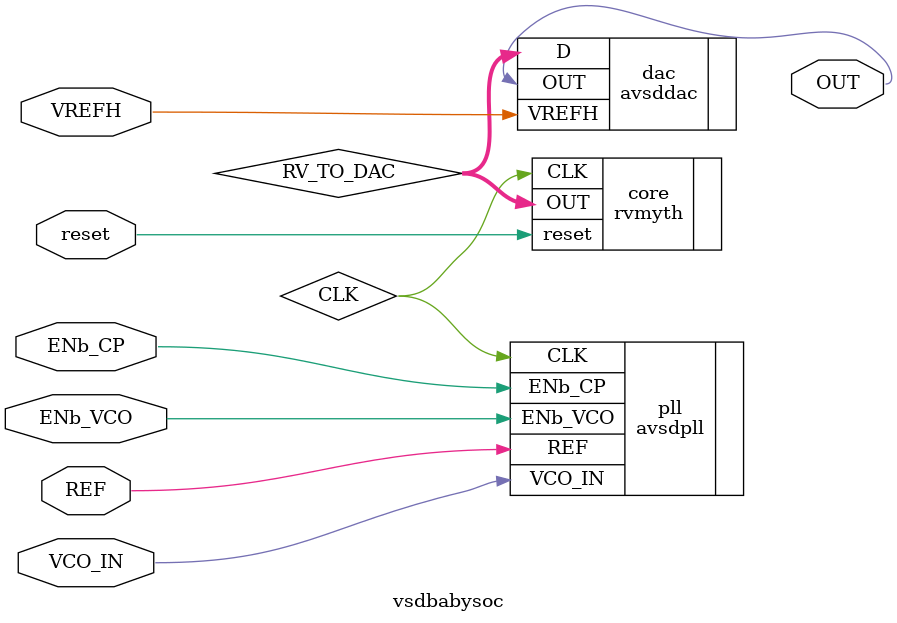
<source format=v>
`include "rvmyth.v"
module vsdbabysoc (
   output wire OUT,
   //
   input  wire reset,
   //
   input  wire VCO_IN,
   input  wire ENb_CP,
   input  wire ENb_VCO,
   input  wire REF,
   //
   // input  wire VREFL,
   input  wire VREFH
);

   wire CLK;
   wire [9:0] RV_TO_DAC;

   rvmyth core (
      .OUT(RV_TO_DAC),
      .CLK(CLK),
      .reset(reset)
   );

   avsdpll pll (
      .CLK(CLK),
      .VCO_IN(VCO_IN),
      .ENb_CP(ENb_CP),
      .ENb_VCO(ENb_VCO),
      .REF(REF)
   );

   avsddac dac (
      .OUT(OUT),
      .D(RV_TO_DAC),
      // .VREFL(VREFL),
      .VREFH(VREFH)
   );
   
endmodule

</source>
